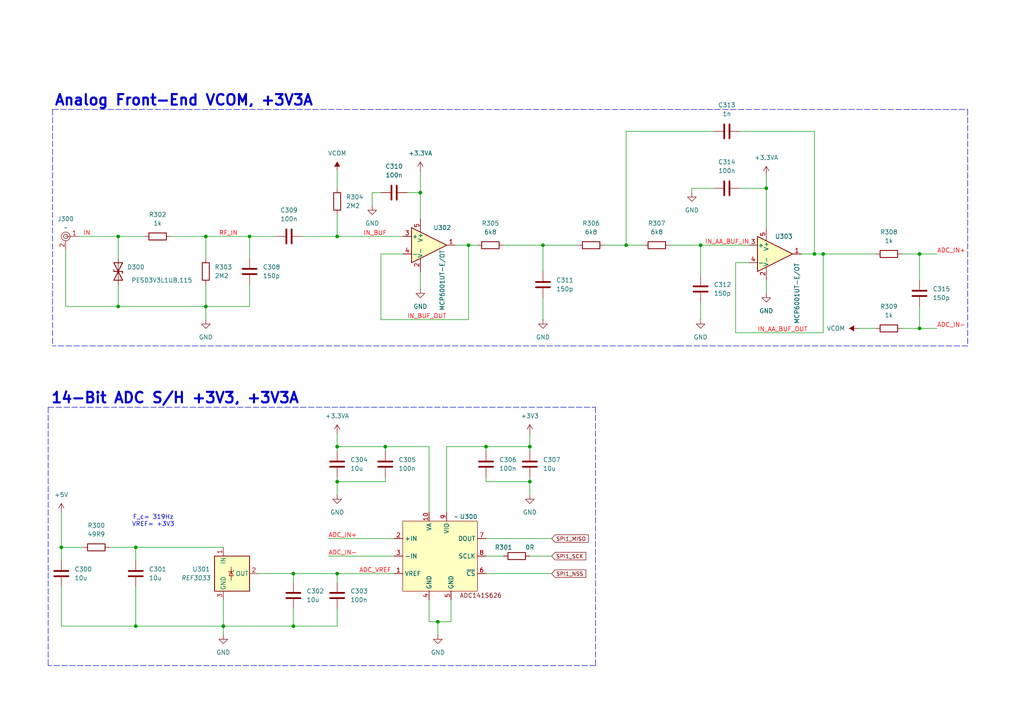
<source format=kicad_sch>
(kicad_sch (version 20231120) (generator "eeschema") (generator_version "8.0")
  (paper "A4")
  (title_block (title "ADC Schematic") (date "2024-08-06") (company "Head-Pin (TS)"))
  (lib_symbols
    (symbol "Adacus_lib:ADC141S626"
      (property "Reference" "U" (at 13.208 11.176 0))
      (symbol "ADC141S626_1_1"
        (rectangle (start -7.62 10.16) (end 13.97 -10.16) (fill (type background)))
        (text "ADC141S626\n\n" (at 14.986 -12.446 0) (effects (font (size 1.27 1.27))))
        (pin input line (at -10.16 -5.08 0) (length 2.54) (name "VREF") (number "1"))
        (pin passive line (at 0 12.7 270) (length 2.54) (name "VA") (number "10"))
        (pin input line (at -10.16 5.08 0) (length 2.54) (name "+IN") (number "2"))
        (pin input line (at -10.16 0 0) (length 2.54) (name "-IN") (number "3"))
        (pin passive line (at 0 -12.7 90) (length 2.54) (name "GND") (number "4"))
        (pin passive line (at 6.35 -12.7 90) (length 2.54) (name "GND") (number "5"))
        (pin input line (at 16.51 -5.08 180) (length 2.54) (name "~{CS}") (number "6"))
        (pin output line (at 16.51 5.08 180) (length 2.54) (name "DOUT") (number "7"))
        (pin input line (at 16.51 0 180) (length 2.54) (name "SCLK") (number "8"))
        (pin passive line (at 5.08 12.7 270) (length 2.54) (name "VIO") (number "9"))
      )
    )
    (symbol "Adacus_lib:DOSIN-801-0031"
      (property "Reference" "J" (at 4.572 1.524 0))
      (symbol "DOSIN-801-0031_0_1"
        (polyline (pts (xy 1.27 0) (xy 2.54 0)))
        (circle (center 2.54 0) (radius 0.635))
        (circle (center 2.54 0) (radius 1.27))
      )
      (symbol "DOSIN-801-0031_1_1"
        (pin passive line (at -1.27 0 0) (length 2.54) (name "") (number "1"))
        (pin passive line (at 2.54 -3.81 90) (length 2.54) (name "") (number "2"))
      )
    )
    (symbol "Amplifier_Operational:MCP6001-OT" (pin_names (offset 0.127))
      (property "Reference" "U" (at -1.27 6.35 0))
      (property "Value" "MCP6001-OT" (at -1.27 3.81 0))
      (symbol "MCP6001-OT_0_1"
        (polyline (pts (xy -5.08 5.08) (xy 5.08 0) (xy -5.08 -5.08) (xy -5.08 5.08)) (stroke (width 0.254)) (fill (type background)))
        (pin power_in line (at -2.54 -7.62 90) (length 3.81) (name "V-") (number "2"))
        (pin power_in line (at -2.54 7.62 270) (length 3.81) (name "V+") (number "5"))
      )
      (symbol "MCP6001-OT_1_1"
        (pin output line (at 7.62 0 180) (length 2.54) (name "~") (number "1"))
        (pin input line (at -7.62 2.54 0) (length 2.54) (name "+") (number "3"))
        (pin input line (at -7.62 -2.54 0) (length 2.54) (name "-") (number "4"))
      )
    )
    (symbol "Device:C" (pin_numbers hide) (pin_names (offset 0.254))
      (property "Reference" "C" (at 0.635 2.54 0))
      (property "Value" "C" (at 0.635 -2.54 0))
      (symbol "C_0_1"
        (polyline (pts (xy -2.032 -0.762) (xy 2.032 -0.762)) (stroke (width 0.508)))
        (polyline (pts (xy -2.032 0.762) (xy 2.032 0.762)) (stroke (width 0.508)))
      )
      (symbol "C_1_1"
        (pin passive line (at 0 3.81 270) (length 2.794) (name "~") (number "1"))
        (pin passive line (at 0 -3.81 90) (length 2.794) (name "~") (number "2"))
      )
    )
    (symbol "Device:D_TVS" (pin_numbers hide) (pin_names (offset 1.016) hide)
      (property "Reference" "D" (at 0 2.54 0))
      (property "Value" "D_TVS" (at 0 -2.54 0))
      (symbol "D_TVS_0_1"
        (polyline (pts (xy 1.27 0) (xy -1.27 0)))
        (polyline (pts (xy 0.508 1.27) (xy 0 1.27) (xy 0 -1.27) (xy -0.508 -1.27)) (stroke (width 0.254)))
        (polyline (pts (xy -2.54 1.27) (xy -2.54 -1.27) (xy 2.54 1.27) (xy 2.54 -1.27) (xy -2.54 1.27)) (stroke (width 0.254)))
      )
      (symbol "D_TVS_1_1"
        (pin passive line (at -3.81 0 0) (length 2.54) (name "A1") (number "1"))
        (pin passive line (at 3.81 0 180) (length 2.54) (name "A2") (number "2"))
      )
    )
    (symbol "Device:R" (pin_numbers hide) (pin_names (offset 0))
      (property "Reference" "R" (at 2.032 0 90))
      (property "Value" "R" (at 0 0 90))
      (symbol "R_0_1"
        (rectangle (start -1.016 -2.54) (end 1.016 2.54) (stroke (width 0.254)))
      )
      (symbol "R_1_1"
        (pin passive line (at 0 3.81 270) (length 1.27) (name "~") (number "1"))
        (pin passive line (at 0 -3.81 90) (length 1.27) (name "~") (number "2"))
      )
    )
    (symbol "Reference_Voltage:REF3033" (pin_names (offset 0.254))
      (property "Reference" "U" (at 0 6.35 0))
      (property "Value" "REF3033" (at 2.54 -6.35 0))
      (symbol "REF3033_0_1"
        (rectangle (start -5.08 5.08) (end 5.08 -5.08) (stroke (width 0.254)) (fill (type background)))
        (polyline (pts (xy -0.254 1.905) (xy -0.254 -1.905)))
        (polyline (pts (xy -0.889 -0.635) (xy 0.381 -0.635) (xy -0.254 0.635) (xy -0.889 -0.635)))
        (polyline (pts (xy 0.381 1.016) (xy 0.381 0.635) (xy -0.889 0.635) (xy -0.889 0.254)))
      )
      (symbol "REF3033_1_1"
        (pin power_in line (at -2.54 7.62 270) (length 2.54) (name "IN") (number "1"))
        (pin power_out line (at 7.62 0 180) (length 2.54) (name "OUT") (number "2"))
        (pin power_in line (at -2.54 -7.62 90) (length 2.54) (name "GND") (number "3"))
      )
    )
    (symbol "power:+3.3VA" (power) (pin_numbers hide) (pin_names (offset 0) hide)
      (property "Value" "+3.3VA" (at 0 3.556 0))
      (symbol "+3.3VA_0_1"
        (polyline (pts (xy -0.762 1.27) (xy 0 2.54)))
        (polyline (pts (xy 0 0) (xy 0 2.54)))
        (polyline (pts (xy 0 2.54) (xy 0.762 1.27)))
      )
      (symbol "+3.3VA_1_1"
        (pin power_in line (at 0 0 90) (length 0) (name "~") (number "1"))
      )
    )
    (symbol "power:+3V3" (power) (pin_numbers hide) (pin_names (offset 0) hide)
      (property "Value" "+3V3" (at 0 3.556 0))
      (symbol "+3V3_0_1"
        (polyline (pts (xy -0.762 1.27) (xy 0 2.54)))
        (polyline (pts (xy 0 0) (xy 0 2.54)))
        (polyline (pts (xy 0 2.54) (xy 0.762 1.27)))
      )
      (symbol "+3V3_1_1"
        (pin power_in line (at 0 0 90) (length 0) (name "~") (number "1"))
      )
    )
    (symbol "power:+5V" (power) (pin_numbers hide) (pin_names (offset 0) hide)
      (property "Value" "+5V" (at 0 3.556 0))
      (symbol "+5V_0_1"
        (polyline (pts (xy -0.762 1.27) (xy 0 2.54)))
        (polyline (pts (xy 0 0) (xy 0 2.54)))
        (polyline (pts (xy 0 2.54) (xy 0.762 1.27)))
      )
      (symbol "+5V_1_1"
        (pin power_in line (at 0 0 90) (length 0) (name "~") (number "1"))
      )
    )
    (symbol "power:GND" (power) (pin_numbers hide) (pin_names (offset 0) hide)
      (property "Value" "GND" (at 0 -3.81 0))
      (symbol "GND_0_1"
        (polyline (pts (xy 0 0) (xy 0 -1.27) (xy 1.27 -1.27) (xy 0 -2.54) (xy -1.27 -1.27) (xy 0 -1.27)))
      )
      (symbol "GND_1_1"
        (pin power_in line (at 0 0 270) (length 0) (name "~") (number "1"))
      )
    )
    (symbol "power:VCOM" (power) (pin_numbers hide) (pin_names (offset 0) hide)
      (property "Value" "VCOM" (at 0 3.556 0))
      (symbol "VCOM_0_1"
        (polyline (pts (xy 0 0) (xy 0 2.54)))
        (polyline (pts (xy 0.762 1.27) (xy -0.762 1.27) (xy 0 2.54) (xy 0.762 1.27)) (fill (type outline)))
      )
      (symbol "VCOM_1_1"
        (pin power_in line (at 0 0 90) (length 0) (name "~") (number "1"))
      )
    )
  )
  (junction (at 59.69 88.9))
  (junction (at 203.2 71.12))
  (junction (at 135.89 71.12))
  (junction (at 34.29 88.9))
  (junction (at 97.79 139.7))
  (junction (at 127 180.34))
  (junction (at 153.67 139.7))
  (junction (at 266.7 73.66))
  (junction (at 222.25 54.61))
  (junction (at 157.48 71.12))
  (junction (at 121.92 55.88))
  (junction (at 238.76 73.66))
  (junction (at 140.97 129.54))
  (junction (at 97.79 68.58))
  (junction (at 59.69 68.58))
  (junction (at 97.79 129.54))
  (junction (at 64.77 181.61))
  (junction (at 85.09 181.61))
  (junction (at 34.29 68.58))
  (junction (at 39.37 181.61))
  (junction (at 17.78 158.75))
  (junction (at 111.76 129.54))
  (junction (at 153.67 129.54))
  (junction (at 181.61 71.12))
  (junction (at 266.7 95.25))
  (junction (at 39.37 158.75))
  (junction (at 97.79 166.37))
  (junction (at 72.39 68.58))
  (junction (at 85.09 166.37))
  (junction (at 236.22 73.66))
  (wire (pts (xy 175.26 71.12) (xy 181.61 71.12)))
  (wire (pts (xy 266.7 95.25) (xy 271.78 95.25)))
  (wire (pts (xy 59.69 82.55) (xy 59.69 88.9)))
  (wire (pts (xy 232.41 73.66) (xy 236.22 73.66)))
  (wire (pts (xy 222.25 50.8) (xy 222.25 54.61)))
  (wire (pts (xy 222.25 81.28) (xy 222.25 85.09)))
  (wire (pts (xy 203.2 87.63) (xy 203.2 92.71)))
  (wire (pts (xy 261.62 73.66) (xy 266.7 73.66)))
  (wire (pts (xy 266.7 73.66) (xy 271.78 73.66)))
  (wire (pts (xy 127 180.34) (xy 124.46 180.34)))
  (wire (pts (xy 107.95 55.88) (xy 107.95 59.69)))
  (wire (pts (xy 74.93 166.37) (xy 85.09 166.37)))
  (wire (pts (xy 124.46 173.99) (xy 124.46 180.34)))
  (wire (pts (xy 22.86 68.58) (xy 34.29 68.58)))
  (wire (pts (xy 72.39 68.58) (xy 80.01 68.58)))
  (wire (pts (xy 39.37 181.61) (xy 64.77 181.61)))
  (wire (pts (xy 121.92 49.53) (xy 121.92 55.88)))
  (wire (pts (xy 97.79 139.7) (xy 97.79 138.43)))
  (wire (pts (xy 140.97 129.54) (xy 153.67 129.54)))
  (wire (pts (xy 97.79 166.37) (xy 114.3 166.37)))
  (wire (pts (xy 59.69 88.9) (xy 59.69 92.71)))
  (wire (pts (xy 64.77 181.61) (xy 64.77 184.15)))
  (wire (pts (xy 31.75 158.75) (xy 39.37 158.75)))
  (wire (pts (xy 153.67 139.7) (xy 153.67 143.51)))
  (wire (pts (xy 34.29 68.58) (xy 34.29 74.93)))
  (wire (pts (xy 34.29 68.58) (xy 41.91 68.58)))
  (wire (pts (xy 130.81 180.34) (xy 127 180.34)))
  (wire (pts (xy 17.78 181.61) (xy 39.37 181.61)))
  (wire (pts (xy 59.69 68.58) (xy 72.39 68.58)))
  (wire (pts (xy 97.79 68.58) (xy 116.84 68.58)))
  (wire (pts (xy 85.09 181.61) (xy 97.79 181.61)))
  (polyline (pts (xy 172.72 118.11) (xy 172.72 193.04)) (stroke (width 0) (type dash)))
  (wire (pts (xy 236.22 38.1) (xy 236.22 73.66)))
  (polyline (pts (xy 280.67 31.75) (xy 280.67 100.33)) (stroke (width 0) (type dash)))
  (wire (pts (xy 194.31 71.12) (xy 203.2 71.12)))
  (wire (pts (xy 238.76 73.66) (xy 254 73.66)))
  (polyline (pts (xy 13.97 118.11) (xy 172.72 118.11)) (stroke (width 0) (type dash)))
  (wire (pts (xy 153.67 125.73) (xy 153.67 129.54)))
  (wire (pts (xy 49.53 68.58) (xy 59.69 68.58)))
  (wire (pts (xy 124.46 148.59) (xy 124.46 129.54)))
  (wire (pts (xy 34.29 88.9) (xy 59.69 88.9)))
  (wire (pts (xy 85.09 166.37) (xy 85.09 168.91)))
  (polyline (pts (xy 172.72 193.04) (xy 13.97 193.04)) (stroke (width 0) (type dash)))
  (wire (pts (xy 85.09 176.53) (xy 85.09 181.61)))
  (wire (pts (xy 140.97 129.54) (xy 140.97 130.81)))
  (wire (pts (xy 213.36 76.2) (xy 213.36 96.52)))
  (wire (pts (xy 127 180.34) (xy 127 184.15)))
  (wire (pts (xy 121.92 78.74) (xy 121.92 83.82)))
  (wire (pts (xy 157.48 71.12) (xy 157.48 78.74)))
  (wire (pts (xy 85.09 166.37) (xy 97.79 166.37)))
  (wire (pts (xy 17.78 148.59) (xy 17.78 158.75)))
  (wire (pts (xy 72.39 74.93) (xy 72.39 68.58)))
  (wire (pts (xy 129.54 148.59) (xy 129.54 129.54)))
  (wire (pts (xy 97.79 139.7) (xy 97.79 143.51)))
  (wire (pts (xy 261.62 95.25) (xy 266.7 95.25)))
  (wire (pts (xy 97.79 139.7) (xy 111.76 139.7)))
  (wire (pts (xy 266.7 73.66) (xy 266.7 81.28)))
  (wire (pts (xy 153.67 138.43) (xy 153.67 139.7)))
  (wire (pts (xy 110.49 55.88) (xy 107.95 55.88)))
  (wire (pts (xy 72.39 82.55) (xy 72.39 88.9)))
  (wire (pts (xy 203.2 71.12) (xy 217.17 71.12)))
  (wire (pts (xy 181.61 38.1) (xy 181.61 71.12)))
  (wire (pts (xy 135.89 92.71) (xy 135.89 71.12)))
  (wire (pts (xy 157.48 86.36) (xy 157.48 92.71)))
  (wire (pts (xy 116.84 73.66) (xy 110.49 73.66)))
  (polyline (pts (xy 15.24 31.75) (xy 15.24 100.33)) (stroke (width 0) (type dash)))
  (wire (pts (xy 95.25 161.29) (xy 114.3 161.29)))
  (wire (pts (xy 200.66 54.61) (xy 200.66 55.88)))
  (wire (pts (xy 110.49 92.71) (xy 135.89 92.71)))
  (wire (pts (xy 39.37 170.18) (xy 39.37 181.61)))
  (wire (pts (xy 64.77 173.99) (xy 64.77 181.61)))
  (wire (pts (xy 17.78 158.75) (xy 17.78 162.56)))
  (polyline (pts (xy 280.67 100.33) (xy 196.85 100.33)) (stroke (width 0) (type dash)))
  (wire (pts (xy 135.89 71.12) (xy 138.43 71.12)))
  (wire (pts (xy 203.2 71.12) (xy 203.2 80.01)))
  (wire (pts (xy 266.7 88.9) (xy 266.7 95.25)))
  (wire (pts (xy 129.54 129.54) (xy 140.97 129.54)))
  (wire (pts (xy 236.22 73.66) (xy 238.76 73.66)))
  (wire (pts (xy 111.76 129.54) (xy 124.46 129.54)))
  (wire (pts (xy 140.97 139.7) (xy 153.67 139.7)))
  (wire (pts (xy 34.29 82.55) (xy 34.29 88.9)))
  (wire (pts (xy 97.79 129.54) (xy 97.79 130.81)))
  (wire (pts (xy 97.79 125.73) (xy 97.79 129.54)))
  (wire (pts (xy 97.79 129.54) (xy 111.76 129.54)))
  (wire (pts (xy 95.25 156.21) (xy 114.3 156.21)))
  (wire (pts (xy 121.92 55.88) (xy 121.92 63.5)))
  (wire (pts (xy 207.01 38.1) (xy 181.61 38.1)))
  (wire (pts (xy 118.11 55.88) (xy 121.92 55.88)))
  (wire (pts (xy 111.76 129.54) (xy 111.76 130.81)))
  (wire (pts (xy 140.97 156.21) (xy 160.02 156.21)))
  (wire (pts (xy 222.25 66.04) (xy 222.25 54.61)))
  (wire (pts (xy 157.48 71.12) (xy 167.64 71.12)))
  (wire (pts (xy 59.69 68.58) (xy 59.69 74.93)))
  (wire (pts (xy 153.67 129.54) (xy 153.67 130.81)))
  (wire (pts (xy 19.05 72.39) (xy 19.05 88.9)))
  (wire (pts (xy 39.37 162.56) (xy 39.37 158.75)))
  (wire (pts (xy 207.01 54.61) (xy 200.66 54.61)))
  (wire (pts (xy 97.79 166.37) (xy 97.79 168.91)))
  (wire (pts (xy 87.63 68.58) (xy 97.79 68.58)))
  (wire (pts (xy 24.13 158.75) (xy 17.78 158.75)))
  (wire (pts (xy 213.36 96.52) (xy 238.76 96.52)))
  (polyline (pts (xy 15.24 31.75) (xy 280.67 31.75)) (stroke (width 0) (type dash)))
  (wire (pts (xy 248.92 95.25) (xy 254 95.25)))
  (polyline (pts (xy 196.85 100.33) (xy 196.85 100.33)))
  (wire (pts (xy 214.63 38.1) (xy 236.22 38.1)))
  (wire (pts (xy 64.77 181.61) (xy 85.09 181.61)))
  (wire (pts (xy 140.97 166.37) (xy 160.02 166.37)))
  (wire (pts (xy 59.69 88.9) (xy 72.39 88.9)))
  (wire (pts (xy 140.97 139.7) (xy 140.97 138.43)))
  (polyline (pts (xy 196.85 100.33) (xy 15.24 100.33)) (stroke (width 0) (type dash)))
  (wire (pts (xy 111.76 139.7) (xy 111.76 138.43)))
  (wire (pts (xy 238.76 96.52) (xy 238.76 73.66)))
  (polyline (pts (xy 13.97 118.11) (xy 13.97 193.04)) (stroke (width 0) (type dash)))
  (wire (pts (xy 97.79 62.23) (xy 97.79 68.58)))
  (wire (pts (xy 130.81 173.99) (xy 130.81 180.34)))
  (wire (pts (xy 97.79 176.53) (xy 97.79 181.61)))
  (wire (pts (xy 39.37 158.75) (xy 64.77 158.75)))
  (wire (pts (xy 217.17 76.2) (xy 213.36 76.2)))
  (wire (pts (xy 181.61 71.12) (xy 186.69 71.12)))
  (wire (pts (xy 17.78 170.18) (xy 17.78 181.61)))
  (wire (pts (xy 153.67 161.29) (xy 160.02 161.29)))
  (wire (pts (xy 97.79 49.53) (xy 97.79 54.61)))
  (wire (pts (xy 146.05 71.12) (xy 157.48 71.12)))
  (wire (pts (xy 214.63 54.61) (xy 222.25 54.61)))
  (wire (pts (xy 140.97 161.29) (xy 146.05 161.29)))
  (wire (pts (xy 110.49 73.66) (xy 110.49 92.71)))
  (wire (pts (xy 19.05 88.9) (xy 34.29 88.9)))
  (wire (pts (xy 132.08 71.12) (xy 135.89 71.12)))
  (text "Analog Front-End VCOM, +3V3A" (at 53.34 29.21 0) (effects (font (size 3.048 3.048) (thickness 0.6096) (bold yes))))
  (text "F_c= 319Hz\nVREF= +3V3" (at 44.45 151.13 0) (effects (font (size 1.27 1.27))))
  (text "14-Bit ADC S/H +3V3, +3V3A\n" (at 50.8 115.57 0) (effects (font (size 3.048 3.048) (thickness 0.6096) (bold yes))))
  (label "IN_AA_BUF_OUT" (at 219.71 96.52 0))
  (label "IN_BUF_OUT" (at 118.11 92.71 0))
  (label "ADC_IN+" (at 271.78 73.66 0))
  (label "ADC_IN+" (at 95.25 156.21 0))
  (label "IN" (at 24.13 68.58 0))
  (label "ADC_IN-" (at 271.78 95.25 0))
  (label "ADC_VREF" (at 104.14 166.37 0))
  (label "ADC_IN-" (at 95.25 161.29 0))
  (label "IN_AA_BUF_IN" (at 204.47 71.12 0))
  (label "IN_BUF" (at 105.41 68.58 0))
  (label "RF_IN" (at 63.5 68.58 0))
  (global_label "SPI1_MISO" (shape input) (at 160.02 156.21 0) (effects (font (size 1.1 1.1))) (property "Intersheetrefs" "${INTERSHEET_REFS}" (effects (hide yes))))
  (global_label "SPI1_NSS" (shape input) (at 160.02 166.37 0) (effects (font (size 1.1 1.1))) (property "Intersheetrefs" "${INTERSHEET_REFS}" (effects (hide yes))))
  (global_label "SPI1_SCK" (shape input) (at 160.02 161.29 0) (effects (font (size 1.1 1.1))) (property "Intersheetrefs" "${INTERSHEET_REFS}" (effects (hide yes))))
  (symbol (lib_id "Device:C") (at 210.82 54.61 90) (unit 1)
    (property "Reference" "C314" (at 210.82 46.99 90))
    (property "Value" "100n" (at 210.82 49.53 90))
    (property "Footprint" "Capacitor_SMD:C_0402_1005Metric" (effects (hide yes)))
    (property "Description" "Unpolarized capacitor" (effects (hide yes)))
  )
  (symbol (lib_id "Device:R") (at 45.72 68.58 90) (unit 1)
    (property "Reference" "R302" (at 45.72 62.23 90))
    (property "Value" "1k" (at 45.72 64.77 90))
    (property "Footprint" "Resistor_SMD:R_0402_1005Metric" (effects (hide yes)))
    (property "Description" "Resistor" (effects (hide yes)))
  )
  (symbol (lib_id "Adacus_lib:ADC141S626") (at 124.46 161.29 0) (unit 1)
    (property "Reference" "U300" (at 133.35 149.86 0) (effects (justify left)))
    (property "Value" "~" (at 131.7341 149.86 0) (effects (justify left)))
    (property "Footprint" "Package_SO:VSSOP-10_3x3mm_P0.5mm" (effects (hide yes)))
  )
  (symbol (lib_id "Device:C") (at 140.97 134.62 0) (unit 1)
    (property "Reference" "C306" (at 144.78 133.3499 0) (effects (justify left)))
    (property "Value" "100n" (at 144.78 135.8899 0) (effects (justify left)))
    (property "Footprint" "Capacitor_SMD:C_0402_1005Metric" (effects (hide yes)))
    (property "Description" "Unpolarized capacitor" (effects (hide yes)))
  )
  (symbol (lib_id "power:+3.3VA") (at 121.92 49.53 0) (unit 1)
    (property "Reference" "#PWR060" (effects (hide yes)))
    (property "Value" "+3.3VA" (at 121.92 44.45 0))
    (property "Description" "Power symbol creates a global label with name \"+3.3VA\"" (effects (hide yes)))
  )
  (symbol (lib_id "Device:R") (at 27.94 158.75 90) (unit 1)
    (property "Reference" "R300" (at 27.94 152.4 90))
    (property "Value" "49R9" (at 27.94 154.94 90))
    (property "Footprint" "Resistor_SMD:R_0402_1005Metric" (effects (hide yes)))
    (property "Description" "Resistor" (effects (hide yes)))
  )
  (symbol (lib_id "power:GND") (at 121.92 83.82 0) (unit 1)
    (property "Reference" "#PWR062" (effects (hide yes)))
    (property "Value" "GND" (at 121.92 88.9 0))
    (property "Description" "Power symbol creates a global label with name \"GND\" , ground" (effects (hide yes)))
  )
  (symbol (lib_id "Device:D_TVS") (at 34.29 78.74 90) (unit 1)
    (property "Reference" "D300" (at 36.83 77.4699 90) (effects (justify right)))
    (property "Value" "PESD3V3L1UB,115" (at 38.1 81.28 90) (effects (justify right)))
    (property "Footprint" "Diode_SMD:D_SOD-523" (effects (hide yes)))
    (property "Datasheet" "ESD Protection Diodes / TVS Diodes PESD3V3L1UB/SOD523/SC-79 " (effects (hide yes)))
    (property "Description" "ESD Protection Diodes / TVS Diodes PESD3V3L1UB/SOD523/SC-79 " (effects (hide yes)))
  )
  (symbol (lib_id "Device:C") (at 17.78 166.37 0) (unit 1)
    (property "Reference" "C300" (at 21.59 165.0999 0) (effects (justify left)))
    (property "Value" "10u" (at 21.59 167.6399 0) (effects (justify left)))
    (property "Footprint" "Capacitor_SMD:C_0603_1608Metric" (effects (hide yes)))
    (property "Description" "Unpolarized capacitor" (effects (hide yes)))
  )
  (symbol (lib_id "power:GND") (at 203.2 92.71 0) (unit 1)
    (property "Reference" "#PWR065" (effects (hide yes)))
    (property "Value" "GND" (at 203.2 97.79 0))
    (property "Description" "Power symbol creates a global label with name \"GND\" , ground" (effects (hide yes)))
  )
  (symbol (lib_id "power:+3.3VA") (at 97.79 125.73 0) (unit 1)
    (property "Reference" "#PWR054" (effects (hide yes)))
    (property "Value" "+3.3VA" (at 97.79 120.65 0))
    (property "Description" "Power symbol creates a global label with name \"+3.3VA\"" (effects (hide yes)))
  )
  (symbol (lib_id "power:GND") (at 59.69 92.71 0) (unit 1)
    (property "Reference" "#PWR059" (effects (hide yes)))
    (property "Value" "GND" (at 59.69 97.79 0))
    (property "Description" "Power symbol creates a global label with name \"GND\" , ground" (effects (hide yes)))
  )
  (symbol (lib_id "Device:R") (at 149.86 161.29 90) (unit 1)
    (property "Reference" "R301" (at 146.05 158.75 90))
    (property "Value" "0R" (at 153.67 158.75 90))
    (property "Footprint" "Resistor_SMD:R_0402_1005Metric" (effects (hide yes)))
    (property "Description" "Resistor" (effects (hide yes)))
  )
  (symbol (lib_id "Device:C") (at 83.82 68.58 90) (unit 1)
    (property "Reference" "C309" (at 83.82 60.96 90))
    (property "Value" "100n" (at 83.82 63.5 90))
    (property "Footprint" "Capacitor_SMD:C_0402_1005Metric" (effects (hide yes)))
    (property "Description" "Unpolarized capacitor" (effects (hide yes)))
  )
  (symbol (lib_id "Device:C") (at 266.7 85.09 0) (unit 1)
    (property "Reference" "C315" (at 270.51 83.8199 0) (effects (justify left)))
    (property "Value" "150p" (at 270.51 86.3599 0) (effects (justify left)))
    (property "Footprint" "Capacitor_SMD:C_0402_1005Metric" (effects (hide yes)))
    (property "Description" "Unpolarized capacitor" (effects (hide yes)))
  )
  (symbol (lib_id "Device:C") (at 39.37 166.37 0) (unit 1)
    (property "Reference" "C301" (at 43.18 165.0999 0) (effects (justify left)))
    (property "Value" "10u" (at 43.18 167.6399 0) (effects (justify left)))
    (property "Footprint" "Capacitor_SMD:C_0603_1608Metric" (effects (hide yes)))
    (property "Description" "Unpolarized capacitor" (effects (hide yes)))
  )
  (symbol (lib_id "Device:R") (at 257.81 73.66 90) (unit 1)
    (property "Reference" "R308" (at 257.81 67.31 90))
    (property "Value" "1k" (at 257.81 69.85 90))
    (property "Footprint" "Resistor_SMD:R_0402_1005Metric" (effects (hide yes)))
    (property "Description" "Resistor" (effects (hide yes)))
  )
  (symbol (lib_id "Device:C") (at 153.67 134.62 0) (unit 1)
    (property "Reference" "C307" (at 157.48 133.3499 0) (effects (justify left)))
    (property "Value" "10u" (at 157.48 135.8899 0) (effects (justify left)))
    (property "Footprint" "Capacitor_SMD:C_0603_1608Metric" (effects (hide yes)))
    (property "Description" "Unpolarized capacitor" (effects (hide yes)))
  )
  (symbol (lib_id "Reference_Voltage:REF3033") (at 67.31 166.37 0) (unit 1)
    (property "Reference" "U301" (at 60.96 165.0999 0) (effects (justify right)))
    (property "Value" "REF3033" (at 60.96 167.6399 0) (effects (font (italic yes)) (justify right)))
    (property "Footprint" "Package_TO_SOT_SMD:SOT-23" (effects (hide yes)))
    (property "Datasheet" "http://www.ti.com/lit/ds/symlink/ref3033.pdf" (effects (hide yes)))
    (property "Description" "3.3V 50-ppm/°C Max, 50-μA, CMOS Voltage Reference, SOT-23-3" (effects (hide yes)))
  )
  (symbol (lib_id "Device:R") (at 97.79 58.42 180) (unit 1)
    (property "Reference" "R304" (at 100.33 57.1499 0) (effects (justify right)))
    (property "Value" "2M2" (at 100.33 59.6899 0) (effects (justify right)))
    (property "Footprint" "Resistor_SMD:R_0402_1005Metric" (effects (hide yes)))
    (property "Description" "Resistor" (effects (hide yes)))
  )
  (symbol (lib_id "Device:C") (at 97.79 134.62 0) (unit 1)
    (property "Reference" "C304" (at 101.6 133.3499 0) (effects (justify left)))
    (property "Value" "10u" (at 101.6 135.8899 0) (effects (justify left)))
    (property "Footprint" "Capacitor_SMD:C_0603_1608Metric" (effects (hide yes)))
    (property "Description" "Unpolarized capacitor" (effects (hide yes)))
  )
  (symbol (lib_id "Device:C") (at 210.82 38.1 90) (unit 1)
    (property "Reference" "C313" (at 210.82 30.48 90))
    (property "Value" "1n" (at 210.82 33.02 90))
    (property "Footprint" "Capacitor_SMD:C_0402_1005Metric" (effects (hide yes)))
    (property "Description" "Unpolarized capacitor" (effects (hide yes)))
  )
  (symbol (lib_id "Device:R") (at 257.81 95.25 90) (unit 1)
    (property "Reference" "R309" (at 257.81 88.9 90))
    (property "Value" "1k" (at 257.81 91.44 90))
    (property "Footprint" "Resistor_SMD:R_0402_1005Metric" (effects (hide yes)))
    (property "Description" "Resistor" (effects (hide yes)))
  )
  (symbol (lib_id "power:GND") (at 107.95 59.69 0) (unit 1)
    (property "Reference" "#PWR061" (effects (hide yes)))
    (property "Value" "GND" (at 107.95 64.77 0))
    (property "Description" "Power symbol creates a global label with name \"GND\" , ground" (effects (hide yes)))
  )
  (symbol (lib_id "power:GND") (at 200.66 55.88 0) (unit 1)
    (property "Reference" "#PWR064" (effects (hide yes)))
    (property "Value" "GND" (at 200.66 60.96 0))
    (property "Description" "Power symbol creates a global label with name \"GND\" , ground" (effects (hide yes)))
  )
  (symbol (lib_id "Device:C") (at 72.39 78.74 0) (unit 1)
    (property "Reference" "C308" (at 76.2 77.4699 0) (effects (justify left)))
    (property "Value" "150p" (at 76.2 80.0099 0) (effects (justify left)))
    (property "Footprint" "Capacitor_SMD:C_0402_1005Metric" (effects (hide yes)))
    (property "Description" "Unpolarized capacitor" (effects (hide yes)))
  )
  (symbol (lib_id "Adacus_lib:DOSIN-801-0031") (at 21.59 68.58 0) (mirror y) (unit 1)
    (property "Reference" "J300" (at 19.05 63.5 0))
    (property "Value" "~" (at 19.05 66.04 0))
    (property "Footprint" "Connector_Coaxial:BNC_Amphenol_B6252HB-NPP3G-50_Horizontal" (effects (hide yes)))
  )
  (symbol (lib_id "Amplifier_Operational:MCP6001-OT") (at 124.46 71.12 0) (unit 1)
    (property "Reference" "U302" (at 128.27 66.04 0))
    (property "Value" "MCP6001UT-E/OT" (at 128.27 81.28 90))
    (property "Footprint" "Package_TO_SOT_SMD:SOT-23-5" (effects (hide yes)))
    (property "Datasheet" "https://ww1.microchip.com/downloads/en/DeviceDoc/MCP6001-1R-1U-2-4-1-MHz-Low-Power-Op-Amp-DS20001733L.pdf" (effects (hide yes)))
    (property "Description" "1MHz, Low-Power Op Amp, SOT-23-5" (effects (hide yes)))
  )
  (symbol (lib_id "power:+5V") (at 17.78 148.59 0) (unit 1)
    (property "Reference" "#PWR051" (effects (hide yes)))
    (property "Value" "+5V" (at 17.78 143.51 0))
    (property "Description" "Power symbol creates a global label with name \"+5V\"" (effects (hide yes)))
  )
  (symbol (lib_id "Device:R") (at 190.5 71.12 90) (unit 1)
    (property "Reference" "R307" (at 190.5 64.77 90))
    (property "Value" "6k8" (at 190.5 67.31 90))
    (property "Footprint" "Resistor_SMD:R_0402_1005Metric" (effects (hide yes)))
    (property "Description" "Resistor" (effects (hide yes)))
  )
  (symbol (lib_id "Device:C") (at 97.79 172.72 0) (unit 1)
    (property "Reference" "C303" (at 101.6 171.4499 0) (effects (justify left)))
    (property "Value" "100n" (at 101.6 173.9899 0) (effects (justify left)))
    (property "Footprint" "Capacitor_SMD:C_0402_1005Metric" (effects (hide yes)))
    (property "Description" "Unpolarized capacitor" (effects (hide yes)))
  )
  (symbol (lib_id "power:GND") (at 127 184.15 0) (unit 1)
    (property "Reference" "#PWR053" (effects (hide yes)))
    (property "Value" "GND" (at 127 189.23 0))
    (property "Description" "Power symbol creates a global label with name \"GND\" , ground" (effects (hide yes)))
  )
  (symbol (lib_id "power:GND") (at 153.67 143.51 0) (unit 1)
    (property "Reference" "#PWR056" (effects (hide yes)))
    (property "Value" "GND" (at 153.67 148.59 0))
    (property "Description" "Power symbol creates a global label with name \"GND\" , ground" (effects (hide yes)))
  )
  (symbol (lib_id "Device:C") (at 111.76 134.62 0) (unit 1)
    (property "Reference" "C305" (at 115.57 133.3499 0) (effects (justify left)))
    (property "Value" "100n" (at 115.57 135.8899 0) (effects (justify left)))
    (property "Footprint" "Capacitor_SMD:C_0402_1005Metric" (effects (hide yes)))
    (property "Description" "Unpolarized capacitor" (effects (hide yes)))
  )
  (symbol (lib_id "power:GND") (at 97.79 143.51 0) (unit 1)
    (property "Reference" "#PWR057" (effects (hide yes)))
    (property "Value" "GND" (at 97.79 148.59 0))
    (property "Description" "Power symbol creates a global label with name \"GND\" , ground" (effects (hide yes)))
  )
  (symbol (lib_id "Device:R") (at 171.45 71.12 90) (unit 1)
    (property "Reference" "R306" (at 171.45 64.77 90))
    (property "Value" "6k8" (at 171.45 67.31 90))
    (property "Footprint" "Resistor_SMD:R_0402_1005Metric" (effects (hide yes)))
    (property "Description" "Resistor" (effects (hide yes)))
  )
  (symbol (lib_id "power:+3.3VA") (at 222.25 50.8 0) (unit 1)
    (property "Reference" "#PWR066" (effects (hide yes)))
    (property "Value" "+3.3VA" (at 222.25 45.72 0))
    (property "Description" "Power symbol creates a global label with name \"+3.3VA\"" (effects (hide yes)))
  )
  (symbol (lib_id "Device:C") (at 85.09 172.72 0) (unit 1)
    (property "Reference" "C302" (at 88.9 171.4499 0) (effects (justify left)))
    (property "Value" "10u" (at 88.9 173.9899 0) (effects (justify left)))
    (property "Footprint" "Capacitor_SMD:C_0603_1608Metric" (effects (hide yes)))
    (property "Description" "Unpolarized capacitor" (effects (hide yes)))
  )
  (symbol (lib_id "power:VCOM") (at 248.92 95.25 90) (unit 1)
    (property "Reference" "#PWR068" (effects (hide yes)))
    (property "Value" "VCOM" (at 245.11 95.2499 90) (effects (justify left)))
    (property "Description" "Power symbol creates a global label with name \"VCOM\"" (effects (hide yes)))
  )
  (symbol (lib_id "Device:C") (at 114.3 55.88 90) (unit 1)
    (property "Reference" "C310" (at 114.3 48.26 90))
    (property "Value" "100n" (at 114.3 50.8 90))
    (property "Footprint" "Capacitor_SMD:C_0402_1005Metric" (effects (hide yes)))
    (property "Description" "Unpolarized capacitor" (effects (hide yes)))
  )
  (symbol (lib_id "Device:R") (at 59.69 78.74 180) (unit 1)
    (property "Reference" "R303" (at 62.23 77.4699 0) (effects (justify right)))
    (property "Value" "2M2" (at 62.23 80.0099 0) (effects (justify right)))
    (property "Footprint" "Resistor_SMD:R_0402_1005Metric" (effects (hide yes)))
    (property "Description" "Resistor" (effects (hide yes)))
  )
  (symbol (lib_id "power:+3V3") (at 153.67 125.73 0) (unit 1)
    (property "Reference" "#PWR055" (effects (hide yes)))
    (property "Value" "+3V3" (at 153.67 120.65 0))
    (property "Description" "Power symbol creates a global label with name \"+3V3\"" (effects (hide yes)))
  )
  (symbol (lib_id "power:GND") (at 222.25 85.09 0) (unit 1)
    (property "Reference" "#PWR067" (effects (hide yes)))
    (property "Value" "GND" (at 222.25 90.17 0))
    (property "Description" "Power symbol creates a global label with name \"GND\" , ground" (effects (hide yes)))
  )
  (symbol (lib_id "Device:C") (at 203.2 83.82 0) (unit 1)
    (property "Reference" "C312" (at 207.01 82.5499 0) (effects (justify left)))
    (property "Value" "150p" (at 207.01 85.0899 0) (effects (justify left)))
    (property "Footprint" "Capacitor_SMD:C_0402_1005Metric" (effects (hide yes)))
    (property "Description" "Unpolarized capacitor" (effects (hide yes)))
  )
  (symbol (lib_id "power:GND") (at 64.77 184.15 0) (unit 1)
    (property "Reference" "#PWR052" (effects (hide yes)))
    (property "Value" "GND" (at 64.77 189.23 0))
    (property "Description" "Power symbol creates a global label with name \"GND\" , ground" (effects (hide yes)))
  )
  (symbol (lib_id "power:GND") (at 157.48 92.71 0) (unit 1)
    (property "Reference" "#PWR063" (effects (hide yes)))
    (property "Value" "GND" (at 157.48 97.79 0))
    (property "Description" "Power symbol creates a global label with name \"GND\" , ground" (effects (hide yes)))
  )
  (symbol (lib_id "power:VCOM") (at 97.79 49.53 0) (unit 1)
    (property "Reference" "#PWR058" (effects (hide yes)))
    (property "Value" "VCOM" (at 97.79 44.45 0))
    (property "Description" "Power symbol creates a global label with name \"VCOM\"" (effects (hide yes)))
  )
  (symbol (lib_id "Amplifier_Operational:MCP6001-OT") (at 224.79 73.66 0) (unit 1)
    (property "Reference" "U303" (at 227.33 68.58 0))
    (property "Value" "MCP6001UT-E/OT" (at 231.14 85.09 90))
    (property "Footprint" "Package_TO_SOT_SMD:SOT-23-5" (effects (hide yes)))
    (property "Datasheet" "https://ww1.microchip.com/downloads/en/DeviceDoc/MCP6001-1R-1U-2-4-1-MHz-Low-Power-Op-Amp-DS20001733L.pdf" (effects (hide yes)))
    (property "Description" "1MHz, Low-Power Op Amp, SOT-23-5" (effects (hide yes)))
  )
  (symbol (lib_id "Device:R") (at 142.24 71.12 90) (unit 1)
    (property "Reference" "R305" (at 142.24 64.77 90))
    (property "Value" "6k8" (at 142.24 67.31 90))
    (property "Footprint" "Resistor_SMD:R_0402_1005Metric" (effects (hide yes)))
    (property "Description" "Resistor" (effects (hide yes)))
  )
  (symbol (lib_id "Device:C") (at 157.48 82.55 0) (unit 1)
    (property "Reference" "C311" (at 161.29 81.2799 0) (effects (justify left)))
    (property "Value" "150p" (at 161.29 83.8199 0) (effects (justify left)))
    (property "Footprint" "Capacitor_SMD:C_0402_1005Metric" (effects (hide yes)))
    (property "Description" "Unpolarized capacitor" (effects (hide yes)))
  )
)
</source>
